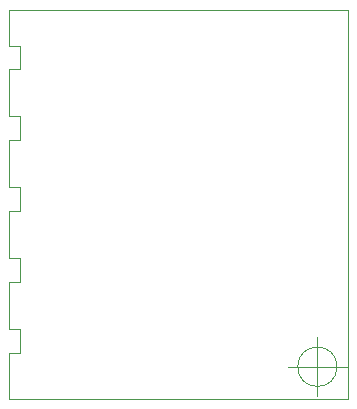
<source format=gm1>
G04 #@! TF.GenerationSoftware,KiCad,Pcbnew,(6.0.1)*
G04 #@! TF.CreationDate,2022-06-09T14:01:23-07:00*
G04 #@! TF.ProjectId,Regulator_5V_rev1_2,52656775-6c61-4746-9f72-5f35565f7265,1.2*
G04 #@! TF.SameCoordinates,Original*
G04 #@! TF.FileFunction,Profile,NP*
%FSLAX46Y46*%
G04 Gerber Fmt 4.6, Leading zero omitted, Abs format (unit mm)*
G04 Created by KiCad (PCBNEW (6.0.1)) date 2022-06-09 14:01:23*
%MOMM*%
%LPD*%
G01*
G04 APERTURE LIST*
G04 #@! TA.AperFunction,Profile*
%ADD10C,0.100000*%
G04 #@! TD*
G04 APERTURE END LIST*
D10*
X127900000Y-74900000D02*
X127900000Y-71900000D01*
X127900000Y-92900000D02*
X128800000Y-92900000D01*
X128800000Y-98900000D02*
X128800000Y-100900000D01*
X127900000Y-71900000D02*
X156594000Y-71900000D01*
X127900000Y-86900000D02*
X127900000Y-82900000D01*
X128800000Y-80900000D02*
X128800000Y-82900000D01*
X128800000Y-92900000D02*
X128800000Y-94900000D01*
X127900000Y-98900000D02*
X128800000Y-98900000D01*
X156594000Y-71900000D02*
X156594000Y-104800000D01*
X128800000Y-74900000D02*
X128800000Y-76900000D01*
X128800000Y-86900000D02*
X128800000Y-88900000D01*
X127900000Y-104800000D02*
X127900000Y-100900000D01*
X127900000Y-80900000D02*
X128800000Y-80900000D01*
X127900000Y-92900000D02*
X127900000Y-88900000D01*
X128800000Y-82900000D02*
X127900000Y-82900000D01*
X127900000Y-80900000D02*
X127900000Y-76900000D01*
X127900000Y-74900000D02*
X128800000Y-74900000D01*
X128800000Y-76900000D02*
X127900000Y-76900000D01*
X127900000Y-98900000D02*
X127900000Y-94900000D01*
X128800000Y-88900000D02*
X127900000Y-88900000D01*
X156594000Y-104800000D02*
X127900000Y-104800000D01*
X128800000Y-100900000D02*
X127900000Y-100900000D01*
X128800000Y-94900000D02*
X127900000Y-94900000D01*
X127900000Y-86900000D02*
X128800000Y-86900000D01*
X155666666Y-102100000D02*
G75*
G03*
X155666666Y-102100000I-1666666J0D01*
G01*
X151500000Y-102100000D02*
X156500000Y-102100000D01*
X154000000Y-99600000D02*
X154000000Y-104600000D01*
M02*

</source>
